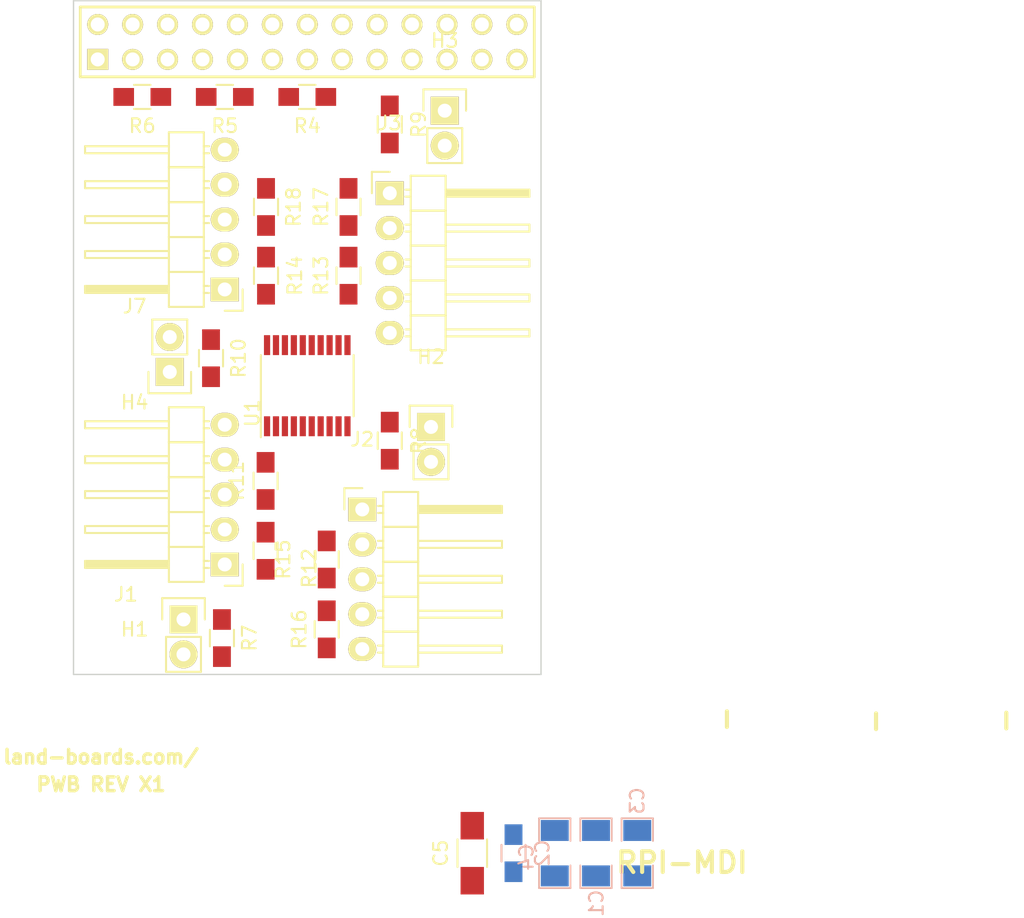
<source format=kicad_pcb>
(kicad_pcb (version 4) (host pcbnew "(after 2015-mar-04 BZR unknown)-product")

  (general
    (links 77)
    (no_connects 77)
    (area -5.196429 -2.207 81.76 66.797)
    (thickness 1.6)
    (drawings 14)
    (tracks 0)
    (zones 0)
    (modules 30)
    (nets 22)
  )

  (page A3)
  (layers
    (0 F.Cu signal)
    (31 B.Cu signal)
    (36 B.SilkS user)
    (37 F.SilkS user)
    (38 B.Mask user)
    (39 F.Mask user)
    (40 Dwgs.User user hide)
    (42 Eco1.User user)
    (44 Edge.Cuts user)
  )

  (setup
    (last_trace_width 0.254)
    (user_trace_width 0.2032)
    (user_trace_width 0.254)
    (user_trace_width 0.635)
    (trace_clearance 0.254)
    (zone_clearance 0.508)
    (zone_45_only no)
    (trace_min 0.2032)
    (segment_width 0.2)
    (edge_width 0.1)
    (via_size 0.889)
    (via_drill 0.635)
    (via_min_size 0.889)
    (via_min_drill 0.508)
    (uvia_size 0.508)
    (uvia_drill 0.127)
    (uvias_allowed no)
    (uvia_min_size 0.508)
    (uvia_min_drill 0.127)
    (pcb_text_width 0.3)
    (pcb_text_size 1.5 1.5)
    (mod_edge_width 0.15)
    (mod_text_size 1 1)
    (mod_text_width 0.15)
    (pad_size 1.524 1.524)
    (pad_drill 1.016)
    (pad_to_mask_clearance 0)
    (aux_axis_origin 0 0)
    (visible_elements 7FFFFF7F)
    (pcbplotparams
      (layerselection 0x00030_80000001)
      (usegerberextensions true)
      (excludeedgelayer true)
      (linewidth 0.150000)
      (plotframeref false)
      (viasonmask false)
      (mode 1)
      (useauxorigin false)
      (hpglpennumber 1)
      (hpglpenspeed 20)
      (hpglpendiameter 15)
      (hpglpenoverlay 2)
      (psnegative false)
      (psa4output false)
      (plotreference true)
      (plotvalue true)
      (plotinvisibletext false)
      (padsonsilk false)
      (subtractmaskfromsilk false)
      (outputformat 1)
      (mirror false)
      (drillshape 0)
      (scaleselection 1)
      (outputdirectory plots/))
  )

  (net 0 "")
  (net 1 /+3.3V)
  (net 2 /SCLK1)
  (net 3 /SDA1)
  (net 4 GND)
  (net 5 "Net-(H1-Pad2)")
  (net 6 "Net-(H2-Pad2)")
  (net 7 "Net-(H3-Pad2)")
  (net 8 "Net-(H4-Pad2)")
  (net 9 "Net-(J1-Pad3)")
  (net 10 "Net-(J1-Pad4)")
  (net 11 /~I0)
  (net 12 "Net-(J2-Pad3)")
  (net 13 "Net-(J2-Pad4)")
  (net 14 /~I1)
  (net 15 "Net-(J3-Pad3)")
  (net 16 "Net-(J3-Pad4)")
  (net 17 /~I2)
  (net 18 "Net-(J7-Pad3)")
  (net 19 "Net-(J7-Pad4)")
  (net 20 /~I3)
  (net 21 /IO_17)

  (net_class Default "This is the default net class."
    (clearance 0.254)
    (trace_width 0.254)
    (via_dia 0.889)
    (via_drill 0.635)
    (uvia_dia 0.508)
    (uvia_drill 0.127)
    (add_net /+3.3V)
    (add_net /IO_17)
    (add_net /SCLK1)
    (add_net /SDA1)
    (add_net /~I0)
    (add_net /~I1)
    (add_net /~I2)
    (add_net /~I3)
    (add_net GND)
    (add_net "Net-(H1-Pad2)")
    (add_net "Net-(H2-Pad2)")
    (add_net "Net-(H3-Pad2)")
    (add_net "Net-(H4-Pad2)")
    (add_net "Net-(J1-Pad3)")
    (add_net "Net-(J1-Pad4)")
    (add_net "Net-(J2-Pad3)")
    (add_net "Net-(J2-Pad4)")
    (add_net "Net-(J3-Pad3)")
    (add_net "Net-(J3-Pad4)")
    (add_net "Net-(J7-Pad3)")
    (add_net "Net-(J7-Pad4)")
  )

  (net_class POWER025 ""
    (clearance 0.381)
    (trace_width 0.635)
    (via_dia 0.889)
    (via_drill 0.635)
    (uvia_dia 0.508)
    (uvia_drill 0.127)
  )

  (module pin_array_13x2 (layer F.Cu) (tedit 54774C35) (tstamp 53531AA9)
    (at 17 3)
    (descr "2 x 13 pins connector")
    (tags CONN)
    (path /53B16746)
    (fp_text reference P1 (at -15.312 3.512) (layer F.SilkS) hide
      (effects (font (size 1 1) (thickness 0.15)))
    )
    (fp_text value RASPIO (at 7.62 -3.81) (layer F.SilkS) hide
      (effects (font (size 1.016 1.016) (thickness 0.2032)))
    )
    (fp_line (start -16.51 2.54) (end 16.51 2.54) (layer F.SilkS) (width 0.2032))
    (fp_line (start 16.51 -2.54) (end -16.51 -2.54) (layer F.SilkS) (width 0.2032))
    (fp_line (start -16.51 -2.54) (end -16.51 2.54) (layer F.SilkS) (width 0.2032))
    (fp_line (start 16.51 2.54) (end 16.51 -2.54) (layer F.SilkS) (width 0.2032))
    (pad 1 thru_hole rect (at -15.24 1.27) (size 1.524 1.524) (drill 1.016) (layers *.Cu *.Mask F.SilkS)
      (net 1 /+3.3V))
    (pad 2 thru_hole circle (at -15.24 -1.27) (size 1.524 1.524) (drill 1.016) (layers *.Cu *.Mask F.SilkS))
    (pad 3 thru_hole circle (at -12.7 1.27) (size 1.524 1.524) (drill 1.016) (layers *.Cu *.Mask F.SilkS)
      (net 3 /SDA1))
    (pad 4 thru_hole circle (at -12.7 -1.27) (size 1.524 1.524) (drill 1.016) (layers *.Cu *.Mask F.SilkS))
    (pad 5 thru_hole circle (at -10.16 1.27) (size 1.524 1.524) (drill 1.016) (layers *.Cu *.Mask F.SilkS)
      (net 2 /SCLK1))
    (pad 6 thru_hole circle (at -10.16 -1.27) (size 1.524 1.524) (drill 1.016) (layers *.Cu *.Mask F.SilkS)
      (net 4 GND))
    (pad 7 thru_hole circle (at -7.62 1.27) (size 1.524 1.524) (drill 1.016) (layers *.Cu *.Mask F.SilkS))
    (pad 8 thru_hole circle (at -7.62 -1.27) (size 1.524 1.524) (drill 1.016) (layers *.Cu *.Mask F.SilkS))
    (pad 9 thru_hole circle (at -5.08 1.27) (size 1.524 1.524) (drill 1.016) (layers *.Cu *.Mask F.SilkS)
      (net 4 GND))
    (pad 10 thru_hole circle (at -5.08 -1.27) (size 1.524 1.524) (drill 1.016) (layers *.Cu *.Mask F.SilkS))
    (pad 11 thru_hole circle (at -2.54 1.27) (size 1.524 1.524) (drill 1.016) (layers *.Cu *.Mask F.SilkS)
      (net 21 /IO_17))
    (pad 12 thru_hole circle (at -2.54 -1.27) (size 1.524 1.524) (drill 1.016) (layers *.Cu *.Mask F.SilkS))
    (pad 13 thru_hole circle (at 0 1.27) (size 1.524 1.524) (drill 1.016) (layers *.Cu *.Mask F.SilkS))
    (pad 14 thru_hole circle (at 0 -1.27) (size 1.524 1.524) (drill 1.016) (layers *.Cu *.Mask F.SilkS)
      (net 4 GND))
    (pad 15 thru_hole circle (at 2.54 1.27) (size 1.524 1.524) (drill 1.016) (layers *.Cu *.Mask F.SilkS))
    (pad 16 thru_hole circle (at 2.54 -1.27) (size 1.524 1.524) (drill 1.016) (layers *.Cu *.Mask F.SilkS))
    (pad 17 thru_hole circle (at 5.08 1.27) (size 1.524 1.524) (drill 1.016) (layers *.Cu *.Mask F.SilkS)
      (net 1 /+3.3V))
    (pad 18 thru_hole circle (at 5.08 -1.27) (size 1.524 1.524) (drill 1.016) (layers *.Cu *.Mask F.SilkS))
    (pad 19 thru_hole circle (at 7.62 1.27) (size 1.524 1.524) (drill 1.016) (layers *.Cu *.Mask F.SilkS))
    (pad 20 thru_hole circle (at 7.62 -1.27) (size 1.524 1.524) (drill 1.016) (layers *.Cu *.Mask F.SilkS)
      (net 4 GND))
    (pad 21 thru_hole circle (at 10.16 1.27) (size 1.524 1.524) (drill 1.016) (layers *.Cu *.Mask F.SilkS))
    (pad 22 thru_hole circle (at 10.16 -1.27) (size 1.524 1.524) (drill 1.016) (layers *.Cu *.Mask F.SilkS))
    (pad 23 thru_hole circle (at 12.7 1.27) (size 1.524 1.524) (drill 1.016) (layers *.Cu *.Mask F.SilkS))
    (pad 24 thru_hole circle (at 12.7 -1.27) (size 1.524 1.524) (drill 1.016) (layers *.Cu *.Mask F.SilkS))
    (pad 25 thru_hole circle (at 15.24 1.27) (size 1.524 1.524) (drill 1.016) (layers *.Cu *.Mask F.SilkS)
      (net 4 GND))
    (pad 26 thru_hole circle (at 15.24 -1.27) (size 1.524 1.524) (drill 1.016) (layers *.Cu *.Mask F.SilkS))
    (model pin_array/pins_array_13x2.wrl
      (at (xyz 0 0 0))
      (scale (xyz 1 1 1))
      (rotate (xyz 0 0 0))
    )
  )

  (module SM1206 (layer B.Cu) (tedit 54774413) (tstamp 54283A6F)
    (at 38 62 90)
    (path /542838CA)
    (attr smd)
    (fp_text reference C1 (at -3.641 0.028 90) (layer B.SilkS)
      (effects (font (size 1 1) (thickness 0.15)) (justify mirror))
    )
    (fp_text value 106 (at 0 0 90) (layer B.SilkS) hide
      (effects (font (size 0.762 0.762) (thickness 0.127)) (justify mirror))
    )
    (fp_line (start -2.54 1.143) (end -2.54 -1.143) (layer B.SilkS) (width 0.127))
    (fp_line (start -2.54 -1.143) (end -0.889 -1.143) (layer B.SilkS) (width 0.127))
    (fp_line (start 0.889 1.143) (end 2.54 1.143) (layer B.SilkS) (width 0.127))
    (fp_line (start 2.54 1.143) (end 2.54 -1.143) (layer B.SilkS) (width 0.127))
    (fp_line (start 2.54 -1.143) (end 0.889 -1.143) (layer B.SilkS) (width 0.127))
    (fp_line (start -0.889 1.143) (end -2.54 1.143) (layer B.SilkS) (width 0.127))
    (pad 1 smd rect (at -1.651 0 90) (size 1.524 2.032) (layers B.Cu B.Mask)
      (net 1 /+3.3V))
    (pad 2 smd rect (at 1.651 0 90) (size 1.524 2.032) (layers B.Cu B.Mask)
      (net 4 GND))
    (model smd/chip_cms.wrl
      (at (xyz 0 0 0))
      (scale (xyz 0.17 0.16 0.16))
      (rotate (xyz 0 0 0))
    )
  )

  (module SM1206 (layer B.Cu) (tedit 5477441E) (tstamp 5456DD47)
    (at 35 62 90)
    (path /545393A5)
    (attr smd)
    (fp_text reference C4 (at -0.296 -2.06 90) (layer B.SilkS)
      (effects (font (size 1 1) (thickness 0.15)) (justify mirror))
    )
    (fp_text value 106 (at 0 0 90) (layer B.SilkS) hide
      (effects (font (size 0.762 0.762) (thickness 0.127)) (justify mirror))
    )
    (fp_line (start -2.54 1.143) (end -2.54 -1.143) (layer B.SilkS) (width 0.127))
    (fp_line (start -2.54 -1.143) (end -0.889 -1.143) (layer B.SilkS) (width 0.127))
    (fp_line (start 0.889 1.143) (end 2.54 1.143) (layer B.SilkS) (width 0.127))
    (fp_line (start 2.54 1.143) (end 2.54 -1.143) (layer B.SilkS) (width 0.127))
    (fp_line (start 2.54 -1.143) (end 0.889 -1.143) (layer B.SilkS) (width 0.127))
    (fp_line (start -0.889 1.143) (end -2.54 1.143) (layer B.SilkS) (width 0.127))
    (pad 1 smd rect (at -1.651 0 90) (size 1.524 2.032) (layers B.Cu B.Mask)
      (net 1 /+3.3V))
    (pad 2 smd rect (at 1.651 0 90) (size 1.524 2.032) (layers B.Cu B.Mask)
      (net 4 GND))
    (model smd/chip_cms.wrl
      (at (xyz 0 0 0))
      (scale (xyz 0.17 0.16 0.16))
      (rotate (xyz 0 0 0))
    )
  )

  (module SM1206 (layer B.Cu) (tedit 547740C9) (tstamp 5456DD53)
    (at 41 62 90)
    (path /545393B3)
    (attr smd)
    (fp_text reference C3 (at 3.81 0 90) (layer B.SilkS)
      (effects (font (size 1 1) (thickness 0.15)) (justify mirror))
    )
    (fp_text value 106 (at 0 0 90) (layer B.SilkS) hide
      (effects (font (size 0.762 0.762) (thickness 0.127)) (justify mirror))
    )
    (fp_line (start -2.54 1.143) (end -2.54 -1.143) (layer B.SilkS) (width 0.127))
    (fp_line (start -2.54 -1.143) (end -0.889 -1.143) (layer B.SilkS) (width 0.127))
    (fp_line (start 0.889 1.143) (end 2.54 1.143) (layer B.SilkS) (width 0.127))
    (fp_line (start 2.54 1.143) (end 2.54 -1.143) (layer B.SilkS) (width 0.127))
    (fp_line (start 2.54 -1.143) (end 0.889 -1.143) (layer B.SilkS) (width 0.127))
    (fp_line (start -0.889 1.143) (end -2.54 1.143) (layer B.SilkS) (width 0.127))
    (pad 1 smd rect (at -1.651 0 90) (size 1.524 2.032) (layers B.Cu B.Mask)
      (net 1 /+3.3V))
    (pad 2 smd rect (at 1.651 0 90) (size 1.524 2.032) (layers B.Cu B.Mask)
      (net 4 GND))
    (model smd/chip_cms.wrl
      (at (xyz 0 0 0))
      (scale (xyz 0.17 0.16 0.16))
      (rotate (xyz 0 0 0))
    )
  )

  (module Resistors_SMD:R_0805_HandSoldering (layer B.Cu) (tedit 54189DEE) (tstamp 55C24342)
    (at 32 62 90)
    (descr "Resistor SMD 0805, hand soldering")
    (tags "resistor 0805")
    (path /55C263B1)
    (attr smd)
    (fp_text reference C2 (at 0 2.1 90) (layer B.SilkS)
      (effects (font (size 1 1) (thickness 0.15)) (justify mirror))
    )
    (fp_text value C (at 0 -2.1 90) (layer B.Fab)
      (effects (font (size 1 1) (thickness 0.15)) (justify mirror))
    )
    (fp_line (start -2.4 1) (end 2.4 1) (layer B.CrtYd) (width 0.05))
    (fp_line (start -2.4 -1) (end 2.4 -1) (layer B.CrtYd) (width 0.05))
    (fp_line (start -2.4 1) (end -2.4 -1) (layer B.CrtYd) (width 0.05))
    (fp_line (start 2.4 1) (end 2.4 -1) (layer B.CrtYd) (width 0.05))
    (fp_line (start 0.6 -0.875) (end -0.6 -0.875) (layer B.SilkS) (width 0.15))
    (fp_line (start -0.6 0.875) (end 0.6 0.875) (layer B.SilkS) (width 0.15))
    (pad 1 smd rect (at -1.35 0 90) (size 1.5 1.3) (layers B.Cu B.Mask)
      (net 1 /+3.3V))
    (pad 2 smd rect (at 1.35 0 90) (size 1.5 1.3) (layers B.Cu B.Mask)
      (net 4 GND))
    (model Resistors_SMD.3dshapes/R_0805_HandSoldering.wrl
      (at (xyz 0 0 0))
      (scale (xyz 1 1 1))
      (rotate (xyz 0 0 0))
    )
  )

  (module Resistors_SMD:R_1206_HandSoldering (layer F.Cu) (tedit 55C246B4) (tstamp 55C24358)
    (at 29 62 90)
    (descr "Resistor SMD 1206, hand soldering")
    (tags "resistor 1206")
    (path /55C263C1)
    (attr smd)
    (fp_text reference C5 (at 0 -2.3 90) (layer F.SilkS)
      (effects (font (size 1 1) (thickness 0.15)))
    )
    (fp_text value C (at 0 2.3 90) (layer F.SilkS) hide
      (effects (font (size 1 1) (thickness 0.15)))
    )
    (fp_line (start -3.3 -1.2) (end 3.3 -1.2) (layer F.CrtYd) (width 0.05))
    (fp_line (start -3.3 1.2) (end 3.3 1.2) (layer F.CrtYd) (width 0.05))
    (fp_line (start -3.3 -1.2) (end -3.3 1.2) (layer F.CrtYd) (width 0.05))
    (fp_line (start 3.3 -1.2) (end 3.3 1.2) (layer F.CrtYd) (width 0.05))
    (fp_line (start 1 1.075) (end -1 1.075) (layer F.SilkS) (width 0.15))
    (fp_line (start -1 -1.075) (end 1 -1.075) (layer F.SilkS) (width 0.15))
    (pad 1 smd rect (at -2 0 90) (size 2 1.7) (layers F.Cu F.Mask)
      (net 1 /+3.3V))
    (pad 2 smd rect (at 2 0 90) (size 2 1.7) (layers F.Cu F.Mask)
      (net 4 GND))
    (model Resistors_SMD.3dshapes/R_1206_HandSoldering.wrl
      (at (xyz 0 0 0))
      (scale (xyz 1 1 1))
      (rotate (xyz 0 0 0))
    )
  )

  (module Pin_Headers:Pin_Header_Straight_1x02 (layer F.Cu) (tedit 55C24740) (tstamp 55C24369)
    (at 8 45)
    (descr "Through hole pin header")
    (tags "pin header")
    (path /55C26388)
    (fp_text reference H1 (at -3.555 0.72) (layer F.SilkS)
      (effects (font (size 1 1) (thickness 0.15)))
    )
    (fp_text value CONN_01X02 (at 0 -3.1) (layer F.SilkS) hide
      (effects (font (size 1 1) (thickness 0.15)))
    )
    (fp_line (start 1.27 1.27) (end 1.27 3.81) (layer F.SilkS) (width 0.15))
    (fp_line (start 1.55 -1.55) (end 1.55 0) (layer F.SilkS) (width 0.15))
    (fp_line (start -1.75 -1.75) (end -1.75 4.3) (layer F.CrtYd) (width 0.05))
    (fp_line (start 1.75 -1.75) (end 1.75 4.3) (layer F.CrtYd) (width 0.05))
    (fp_line (start -1.75 -1.75) (end 1.75 -1.75) (layer F.CrtYd) (width 0.05))
    (fp_line (start -1.75 4.3) (end 1.75 4.3) (layer F.CrtYd) (width 0.05))
    (fp_line (start 1.27 1.27) (end -1.27 1.27) (layer F.SilkS) (width 0.15))
    (fp_line (start -1.55 0) (end -1.55 -1.55) (layer F.SilkS) (width 0.15))
    (fp_line (start -1.55 -1.55) (end 1.55 -1.55) (layer F.SilkS) (width 0.15))
    (fp_line (start -1.27 1.27) (end -1.27 3.81) (layer F.SilkS) (width 0.15))
    (fp_line (start -1.27 3.81) (end 1.27 3.81) (layer F.SilkS) (width 0.15))
    (pad 1 thru_hole rect (at 0 0) (size 2.032 2.032) (drill 1.016) (layers *.Cu *.Mask F.SilkS)
      (net 1 /+3.3V))
    (pad 2 thru_hole oval (at 0 2.54) (size 2.032 2.032) (drill 1.016) (layers *.Cu *.Mask F.SilkS)
      (net 5 "Net-(H1-Pad2)"))
    (model Pin_Headers.3dshapes/Pin_Header_Straight_1x02.wrl
      (at (xyz 0 -0.05 0))
      (scale (xyz 1 1 1))
      (rotate (xyz 0 0 90))
    )
  )

  (module Pin_Headers:Pin_Header_Straight_1x02 (layer F.Cu) (tedit 55C24632) (tstamp 55C2437A)
    (at 26 31)
    (descr "Through hole pin header")
    (tags "pin header")
    (path /55C2638F)
    (fp_text reference H2 (at 0 -5.1) (layer F.SilkS)
      (effects (font (size 1 1) (thickness 0.15)))
    )
    (fp_text value CONN_01X02 (at 0 -3.1) (layer F.SilkS) hide
      (effects (font (size 1 1) (thickness 0.15)))
    )
    (fp_line (start 1.27 1.27) (end 1.27 3.81) (layer F.SilkS) (width 0.15))
    (fp_line (start 1.55 -1.55) (end 1.55 0) (layer F.SilkS) (width 0.15))
    (fp_line (start -1.75 -1.75) (end -1.75 4.3) (layer F.CrtYd) (width 0.05))
    (fp_line (start 1.75 -1.75) (end 1.75 4.3) (layer F.CrtYd) (width 0.05))
    (fp_line (start -1.75 -1.75) (end 1.75 -1.75) (layer F.CrtYd) (width 0.05))
    (fp_line (start -1.75 4.3) (end 1.75 4.3) (layer F.CrtYd) (width 0.05))
    (fp_line (start 1.27 1.27) (end -1.27 1.27) (layer F.SilkS) (width 0.15))
    (fp_line (start -1.55 0) (end -1.55 -1.55) (layer F.SilkS) (width 0.15))
    (fp_line (start -1.55 -1.55) (end 1.55 -1.55) (layer F.SilkS) (width 0.15))
    (fp_line (start -1.27 1.27) (end -1.27 3.81) (layer F.SilkS) (width 0.15))
    (fp_line (start -1.27 3.81) (end 1.27 3.81) (layer F.SilkS) (width 0.15))
    (pad 1 thru_hole rect (at 0 0) (size 2.032 2.032) (drill 1.016) (layers *.Cu *.Mask F.SilkS)
      (net 1 /+3.3V))
    (pad 2 thru_hole oval (at 0 2.54) (size 2.032 2.032) (drill 1.016) (layers *.Cu *.Mask F.SilkS)
      (net 6 "Net-(H2-Pad2)"))
    (model Pin_Headers.3dshapes/Pin_Header_Straight_1x02.wrl
      (at (xyz 0 -0.05 0))
      (scale (xyz 1 1 1))
      (rotate (xyz 0 0 90))
    )
  )

  (module Pin_Headers:Pin_Header_Straight_1x02 (layer F.Cu) (tedit 55C24692) (tstamp 55C2438B)
    (at 27 8)
    (descr "Through hole pin header")
    (tags "pin header")
    (path /55C26396)
    (fp_text reference H3 (at 0 -5.1) (layer F.SilkS)
      (effects (font (size 1 1) (thickness 0.15)))
    )
    (fp_text value CONN_01X02 (at 0 -3.1) (layer F.SilkS) hide
      (effects (font (size 1 1) (thickness 0.15)))
    )
    (fp_line (start 1.27 1.27) (end 1.27 3.81) (layer F.SilkS) (width 0.15))
    (fp_line (start 1.55 -1.55) (end 1.55 0) (layer F.SilkS) (width 0.15))
    (fp_line (start -1.75 -1.75) (end -1.75 4.3) (layer F.CrtYd) (width 0.05))
    (fp_line (start 1.75 -1.75) (end 1.75 4.3) (layer F.CrtYd) (width 0.05))
    (fp_line (start -1.75 -1.75) (end 1.75 -1.75) (layer F.CrtYd) (width 0.05))
    (fp_line (start -1.75 4.3) (end 1.75 4.3) (layer F.CrtYd) (width 0.05))
    (fp_line (start 1.27 1.27) (end -1.27 1.27) (layer F.SilkS) (width 0.15))
    (fp_line (start -1.55 0) (end -1.55 -1.55) (layer F.SilkS) (width 0.15))
    (fp_line (start -1.55 -1.55) (end 1.55 -1.55) (layer F.SilkS) (width 0.15))
    (fp_line (start -1.27 1.27) (end -1.27 3.81) (layer F.SilkS) (width 0.15))
    (fp_line (start -1.27 3.81) (end 1.27 3.81) (layer F.SilkS) (width 0.15))
    (pad 1 thru_hole rect (at 0 0) (size 2.032 2.032) (drill 1.016) (layers *.Cu *.Mask F.SilkS)
      (net 1 /+3.3V))
    (pad 2 thru_hole oval (at 0 2.54) (size 2.032 2.032) (drill 1.016) (layers *.Cu *.Mask F.SilkS)
      (net 7 "Net-(H3-Pad2)"))
    (model Pin_Headers.3dshapes/Pin_Header_Straight_1x02.wrl
      (at (xyz 0 -0.05 0))
      (scale (xyz 1 1 1))
      (rotate (xyz 0 0 90))
    )
  )

  (module Pin_Headers:Pin_Header_Straight_1x02 (layer F.Cu) (tedit 55C24752) (tstamp 55C2439C)
    (at 7 27 180)
    (descr "Through hole pin header")
    (tags "pin header")
    (path /55C2639D)
    (fp_text reference H4 (at 2.555 -2.21 180) (layer F.SilkS)
      (effects (font (size 1 1) (thickness 0.15)))
    )
    (fp_text value CONN_01X02 (at 0 -3.1 180) (layer F.SilkS) hide
      (effects (font (size 1 1) (thickness 0.15)))
    )
    (fp_line (start 1.27 1.27) (end 1.27 3.81) (layer F.SilkS) (width 0.15))
    (fp_line (start 1.55 -1.55) (end 1.55 0) (layer F.SilkS) (width 0.15))
    (fp_line (start -1.75 -1.75) (end -1.75 4.3) (layer F.CrtYd) (width 0.05))
    (fp_line (start 1.75 -1.75) (end 1.75 4.3) (layer F.CrtYd) (width 0.05))
    (fp_line (start -1.75 -1.75) (end 1.75 -1.75) (layer F.CrtYd) (width 0.05))
    (fp_line (start -1.75 4.3) (end 1.75 4.3) (layer F.CrtYd) (width 0.05))
    (fp_line (start 1.27 1.27) (end -1.27 1.27) (layer F.SilkS) (width 0.15))
    (fp_line (start -1.55 0) (end -1.55 -1.55) (layer F.SilkS) (width 0.15))
    (fp_line (start -1.55 -1.55) (end 1.55 -1.55) (layer F.SilkS) (width 0.15))
    (fp_line (start -1.27 1.27) (end -1.27 3.81) (layer F.SilkS) (width 0.15))
    (fp_line (start -1.27 3.81) (end 1.27 3.81) (layer F.SilkS) (width 0.15))
    (pad 1 thru_hole rect (at 0 0 180) (size 2.032 2.032) (drill 1.016) (layers *.Cu *.Mask F.SilkS)
      (net 1 /+3.3V))
    (pad 2 thru_hole oval (at 0 2.54 180) (size 2.032 2.032) (drill 1.016) (layers *.Cu *.Mask F.SilkS)
      (net 8 "Net-(H4-Pad2)"))
    (model Pin_Headers.3dshapes/Pin_Header_Straight_1x02.wrl
      (at (xyz 0 -0.05 0))
      (scale (xyz 1 1 1))
      (rotate (xyz 0 0 90))
    )
  )

  (module Resistors_SMD:R_0805_HandSoldering (layer F.Cu) (tedit 55C24699) (tstamp 55C243EA)
    (at 17 7 180)
    (descr "Resistor SMD 0805, hand soldering")
    (tags "resistor 0805")
    (path /55C26277)
    (attr smd)
    (fp_text reference R4 (at 0 -2.1 180) (layer F.SilkS)
      (effects (font (size 1 1) (thickness 0.15)))
    )
    (fp_text value 3.3K (at 0 2.1 180) (layer F.SilkS) hide
      (effects (font (size 1 1) (thickness 0.15)))
    )
    (fp_line (start -2.4 -1) (end 2.4 -1) (layer F.CrtYd) (width 0.05))
    (fp_line (start -2.4 1) (end 2.4 1) (layer F.CrtYd) (width 0.05))
    (fp_line (start -2.4 -1) (end -2.4 1) (layer F.CrtYd) (width 0.05))
    (fp_line (start 2.4 -1) (end 2.4 1) (layer F.CrtYd) (width 0.05))
    (fp_line (start 0.6 0.875) (end -0.6 0.875) (layer F.SilkS) (width 0.15))
    (fp_line (start -0.6 -0.875) (end 0.6 -0.875) (layer F.SilkS) (width 0.15))
    (pad 1 smd rect (at -1.35 0 180) (size 1.5 1.3) (layers F.Cu F.Mask)
      (net 1 /+3.3V))
    (pad 2 smd rect (at 1.35 0 180) (size 1.5 1.3) (layers F.Cu F.Mask)
      (net 21 /IO_17))
    (model Resistors_SMD.3dshapes/R_0805_HandSoldering.wrl
      (at (xyz 0 0 0))
      (scale (xyz 1 1 1))
      (rotate (xyz 0 0 0))
    )
  )

  (module Resistors_SMD:R_0805_HandSoldering (layer F.Cu) (tedit 55C246A0) (tstamp 55C243F5)
    (at 11 7 180)
    (descr "Resistor SMD 0805, hand soldering")
    (tags "resistor 0805")
    (path /55C26270)
    (attr smd)
    (fp_text reference R5 (at 0 -2.1 180) (layer F.SilkS)
      (effects (font (size 1 1) (thickness 0.15)))
    )
    (fp_text value 3.3K (at 0 2.1 180) (layer F.SilkS) hide
      (effects (font (size 1 1) (thickness 0.15)))
    )
    (fp_line (start -2.4 -1) (end 2.4 -1) (layer F.CrtYd) (width 0.05))
    (fp_line (start -2.4 1) (end 2.4 1) (layer F.CrtYd) (width 0.05))
    (fp_line (start -2.4 -1) (end -2.4 1) (layer F.CrtYd) (width 0.05))
    (fp_line (start 2.4 -1) (end 2.4 1) (layer F.CrtYd) (width 0.05))
    (fp_line (start 0.6 0.875) (end -0.6 0.875) (layer F.SilkS) (width 0.15))
    (fp_line (start -0.6 -0.875) (end 0.6 -0.875) (layer F.SilkS) (width 0.15))
    (pad 1 smd rect (at -1.35 0 180) (size 1.5 1.3) (layers F.Cu F.Mask)
      (net 1 /+3.3V))
    (pad 2 smd rect (at 1.35 0 180) (size 1.5 1.3) (layers F.Cu F.Mask)
      (net 2 /SCLK1))
    (model Resistors_SMD.3dshapes/R_0805_HandSoldering.wrl
      (at (xyz 0 0 0))
      (scale (xyz 1 1 1))
      (rotate (xyz 0 0 0))
    )
  )

  (module Resistors_SMD:R_0805_HandSoldering (layer F.Cu) (tedit 55C246A5) (tstamp 55C2440B)
    (at 5 7 180)
    (descr "Resistor SMD 0805, hand soldering")
    (tags "resistor 0805")
    (path /55C26269)
    (attr smd)
    (fp_text reference R6 (at 0 -2.1 180) (layer F.SilkS)
      (effects (font (size 1 1) (thickness 0.15)))
    )
    (fp_text value 3.3K (at 0 2.1 180) (layer F.SilkS) hide
      (effects (font (size 1 1) (thickness 0.15)))
    )
    (fp_line (start -2.4 -1) (end 2.4 -1) (layer F.CrtYd) (width 0.05))
    (fp_line (start -2.4 1) (end 2.4 1) (layer F.CrtYd) (width 0.05))
    (fp_line (start -2.4 -1) (end -2.4 1) (layer F.CrtYd) (width 0.05))
    (fp_line (start 2.4 -1) (end 2.4 1) (layer F.CrtYd) (width 0.05))
    (fp_line (start 0.6 0.875) (end -0.6 0.875) (layer F.SilkS) (width 0.15))
    (fp_line (start -0.6 -0.875) (end 0.6 -0.875) (layer F.SilkS) (width 0.15))
    (pad 1 smd rect (at -1.35 0 180) (size 1.5 1.3) (layers F.Cu F.Mask)
      (net 1 /+3.3V))
    (pad 2 smd rect (at 1.35 0 180) (size 1.5 1.3) (layers F.Cu F.Mask)
      (net 3 /SDA1))
    (model Resistors_SMD.3dshapes/R_0805_HandSoldering.wrl
      (at (xyz 0 0 0))
      (scale (xyz 1 1 1))
      (rotate (xyz 0 0 0))
    )
  )

  (module Resistors_SMD:R_0805_HandSoldering (layer F.Cu) (tedit 55C246F8) (tstamp 55C24417)
    (at 10.795 46.355 90)
    (descr "Resistor SMD 0805, hand soldering")
    (tags "resistor 0805")
    (path /55C2632E)
    (attr smd)
    (fp_text reference R7 (at 0 2 90) (layer F.SilkS)
      (effects (font (size 1 1) (thickness 0.15)))
    )
    (fp_text value 3.3K (at 0 2.1 90) (layer F.SilkS) hide
      (effects (font (size 1 1) (thickness 0.15)))
    )
    (fp_line (start -2.4 -1) (end 2.4 -1) (layer F.CrtYd) (width 0.05))
    (fp_line (start -2.4 1) (end 2.4 1) (layer F.CrtYd) (width 0.05))
    (fp_line (start -2.4 -1) (end -2.4 1) (layer F.CrtYd) (width 0.05))
    (fp_line (start 2.4 -1) (end 2.4 1) (layer F.CrtYd) (width 0.05))
    (fp_line (start 0.6 0.875) (end -0.6 0.875) (layer F.SilkS) (width 0.15))
    (fp_line (start -0.6 -0.875) (end 0.6 -0.875) (layer F.SilkS) (width 0.15))
    (pad 1 smd rect (at -1.35 0 90) (size 1.5 1.3) (layers F.Cu F.Mask)
      (net 5 "Net-(H1-Pad2)"))
    (pad 2 smd rect (at 1.35 0 90) (size 1.5 1.3) (layers F.Cu F.Mask)
      (net 11 /~I0))
    (model Resistors_SMD.3dshapes/R_0805_HandSoldering.wrl
      (at (xyz 0 0 0))
      (scale (xyz 1 1 1))
      (rotate (xyz 0 0 0))
    )
  )

  (module Resistors_SMD:R_0805_HandSoldering (layer F.Cu) (tedit 55C2463C) (tstamp 55C24423)
    (at 23 32 270)
    (descr "Resistor SMD 0805, hand soldering")
    (tags "resistor 0805")
    (path /55C26343)
    (attr smd)
    (fp_text reference R8 (at 0 -2.1 270) (layer F.SilkS)
      (effects (font (size 1 1) (thickness 0.15)))
    )
    (fp_text value 3.3K (at 0 2.1 270) (layer F.SilkS) hide
      (effects (font (size 1 1) (thickness 0.15)))
    )
    (fp_line (start -2.4 -1) (end 2.4 -1) (layer F.CrtYd) (width 0.05))
    (fp_line (start -2.4 1) (end 2.4 1) (layer F.CrtYd) (width 0.05))
    (fp_line (start -2.4 -1) (end -2.4 1) (layer F.CrtYd) (width 0.05))
    (fp_line (start 2.4 -1) (end 2.4 1) (layer F.CrtYd) (width 0.05))
    (fp_line (start 0.6 0.875) (end -0.6 0.875) (layer F.SilkS) (width 0.15))
    (fp_line (start -0.6 -0.875) (end 0.6 -0.875) (layer F.SilkS) (width 0.15))
    (pad 1 smd rect (at -1.35 0 270) (size 1.5 1.3) (layers F.Cu F.Mask)
      (net 6 "Net-(H2-Pad2)"))
    (pad 2 smd rect (at 1.35 0 270) (size 1.5 1.3) (layers F.Cu F.Mask)
      (net 14 /~I1))
    (model Resistors_SMD.3dshapes/R_0805_HandSoldering.wrl
      (at (xyz 0 0 0))
      (scale (xyz 1 1 1))
      (rotate (xyz 0 0 0))
    )
  )

  (module Resistors_SMD:R_0805_HandSoldering (layer F.Cu) (tedit 55C2468B) (tstamp 55C2442F)
    (at 23 9 270)
    (descr "Resistor SMD 0805, hand soldering")
    (tags "resistor 0805")
    (path /55C26358)
    (attr smd)
    (fp_text reference R9 (at 0 -2.1 270) (layer F.SilkS)
      (effects (font (size 1 1) (thickness 0.15)))
    )
    (fp_text value 3.3K (at 0 2.1 270) (layer F.SilkS) hide
      (effects (font (size 1 1) (thickness 0.15)))
    )
    (fp_line (start -2.4 -1) (end 2.4 -1) (layer F.CrtYd) (width 0.05))
    (fp_line (start -2.4 1) (end 2.4 1) (layer F.CrtYd) (width 0.05))
    (fp_line (start -2.4 -1) (end -2.4 1) (layer F.CrtYd) (width 0.05))
    (fp_line (start 2.4 -1) (end 2.4 1) (layer F.CrtYd) (width 0.05))
    (fp_line (start 0.6 0.875) (end -0.6 0.875) (layer F.SilkS) (width 0.15))
    (fp_line (start -0.6 -0.875) (end 0.6 -0.875) (layer F.SilkS) (width 0.15))
    (pad 1 smd rect (at -1.35 0 270) (size 1.5 1.3) (layers F.Cu F.Mask)
      (net 7 "Net-(H3-Pad2)"))
    (pad 2 smd rect (at 1.35 0 270) (size 1.5 1.3) (layers F.Cu F.Mask)
      (net 17 /~I2))
    (model Resistors_SMD.3dshapes/R_0805_HandSoldering.wrl
      (at (xyz 0 0 0))
      (scale (xyz 1 1 1))
      (rotate (xyz 0 0 0))
    )
  )

  (module Resistors_SMD:R_0805_HandSoldering (layer F.Cu) (tedit 55C246EC) (tstamp 55C2443B)
    (at 10 26 270)
    (descr "Resistor SMD 0805, hand soldering")
    (tags "resistor 0805")
    (path /55C2636D)
    (attr smd)
    (fp_text reference R10 (at 0 -2 270) (layer F.SilkS)
      (effects (font (size 1 1) (thickness 0.15)))
    )
    (fp_text value 3.3K (at 0 2.1 270) (layer F.SilkS) hide
      (effects (font (size 1 1) (thickness 0.15)))
    )
    (fp_line (start -2.4 -1) (end 2.4 -1) (layer F.CrtYd) (width 0.05))
    (fp_line (start -2.4 1) (end 2.4 1) (layer F.CrtYd) (width 0.05))
    (fp_line (start -2.4 -1) (end -2.4 1) (layer F.CrtYd) (width 0.05))
    (fp_line (start 2.4 -1) (end 2.4 1) (layer F.CrtYd) (width 0.05))
    (fp_line (start 0.6 0.875) (end -0.6 0.875) (layer F.SilkS) (width 0.15))
    (fp_line (start -0.6 -0.875) (end 0.6 -0.875) (layer F.SilkS) (width 0.15))
    (pad 1 smd rect (at -1.35 0 270) (size 1.5 1.3) (layers F.Cu F.Mask)
      (net 8 "Net-(H4-Pad2)"))
    (pad 2 smd rect (at 1.35 0 270) (size 1.5 1.3) (layers F.Cu F.Mask)
      (net 20 /~I3))
    (model Resistors_SMD.3dshapes/R_0805_HandSoldering.wrl
      (at (xyz 0 0 0))
      (scale (xyz 1 1 1))
      (rotate (xyz 0 0 0))
    )
  )

  (module Resistors_SMD:R_0805_HandSoldering (layer F.Cu) (tedit 55C24645) (tstamp 55C24447)
    (at 13.97 34.925 90)
    (descr "Resistor SMD 0805, hand soldering")
    (tags "resistor 0805")
    (path /55C26327)
    (attr smd)
    (fp_text reference R11 (at 0 -2.1 90) (layer F.SilkS)
      (effects (font (size 1 1) (thickness 0.15)))
    )
    (fp_text value 3.3K (at 0 2.1 90) (layer F.SilkS) hide
      (effects (font (size 1 1) (thickness 0.15)))
    )
    (fp_line (start -2.4 -1) (end 2.4 -1) (layer F.CrtYd) (width 0.05))
    (fp_line (start -2.4 1) (end 2.4 1) (layer F.CrtYd) (width 0.05))
    (fp_line (start -2.4 -1) (end -2.4 1) (layer F.CrtYd) (width 0.05))
    (fp_line (start 2.4 -1) (end 2.4 1) (layer F.CrtYd) (width 0.05))
    (fp_line (start 0.6 0.875) (end -0.6 0.875) (layer F.SilkS) (width 0.15))
    (fp_line (start -0.6 -0.875) (end 0.6 -0.875) (layer F.SilkS) (width 0.15))
    (pad 1 smd rect (at -1.35 0 90) (size 1.5 1.3) (layers F.Cu F.Mask)
      (net 5 "Net-(H1-Pad2)"))
    (pad 2 smd rect (at 1.35 0 90) (size 1.5 1.3) (layers F.Cu F.Mask)
      (net 10 "Net-(J1-Pad4)"))
    (model Resistors_SMD.3dshapes/R_0805_HandSoldering.wrl
      (at (xyz 0 0 0))
      (scale (xyz 1 1 1))
      (rotate (xyz 0 0 0))
    )
  )

  (module Resistors_SMD:R_0805_HandSoldering (layer F.Cu) (tedit 55C24737) (tstamp 55C24453)
    (at 18.415 40.64 270)
    (descr "Resistor SMD 0805, hand soldering")
    (tags "resistor 0805")
    (path /55C2633C)
    (attr smd)
    (fp_text reference R12 (at 0.635 1.27 270) (layer F.SilkS)
      (effects (font (size 1 1) (thickness 0.15)))
    )
    (fp_text value 3.3K (at 0 2.1 270) (layer F.SilkS) hide
      (effects (font (size 1 1) (thickness 0.15)))
    )
    (fp_line (start -2.4 -1) (end 2.4 -1) (layer F.CrtYd) (width 0.05))
    (fp_line (start -2.4 1) (end 2.4 1) (layer F.CrtYd) (width 0.05))
    (fp_line (start -2.4 -1) (end -2.4 1) (layer F.CrtYd) (width 0.05))
    (fp_line (start 2.4 -1) (end 2.4 1) (layer F.CrtYd) (width 0.05))
    (fp_line (start 0.6 0.875) (end -0.6 0.875) (layer F.SilkS) (width 0.15))
    (fp_line (start -0.6 -0.875) (end 0.6 -0.875) (layer F.SilkS) (width 0.15))
    (pad 1 smd rect (at -1.35 0 270) (size 1.5 1.3) (layers F.Cu F.Mask)
      (net 6 "Net-(H2-Pad2)"))
    (pad 2 smd rect (at 1.35 0 270) (size 1.5 1.3) (layers F.Cu F.Mask)
      (net 13 "Net-(J2-Pad4)"))
    (model Resistors_SMD.3dshapes/R_0805_HandSoldering.wrl
      (at (xyz 0 0 0))
      (scale (xyz 1 1 1))
      (rotate (xyz 0 0 0))
    )
  )

  (module Resistors_SMD:R_0805_HandSoldering (layer F.Cu) (tedit 55C246DE) (tstamp 55C2445F)
    (at 20 20 270)
    (descr "Resistor SMD 0805, hand soldering")
    (tags "resistor 0805")
    (path /55C26351)
    (attr smd)
    (fp_text reference R13 (at 0 2 270) (layer F.SilkS)
      (effects (font (size 1 1) (thickness 0.15)))
    )
    (fp_text value 3.3K (at 0 2.1 270) (layer F.SilkS) hide
      (effects (font (size 1 1) (thickness 0.15)))
    )
    (fp_line (start -2.4 -1) (end 2.4 -1) (layer F.CrtYd) (width 0.05))
    (fp_line (start -2.4 1) (end 2.4 1) (layer F.CrtYd) (width 0.05))
    (fp_line (start -2.4 -1) (end -2.4 1) (layer F.CrtYd) (width 0.05))
    (fp_line (start 2.4 -1) (end 2.4 1) (layer F.CrtYd) (width 0.05))
    (fp_line (start 0.6 0.875) (end -0.6 0.875) (layer F.SilkS) (width 0.15))
    (fp_line (start -0.6 -0.875) (end 0.6 -0.875) (layer F.SilkS) (width 0.15))
    (pad 1 smd rect (at -1.35 0 270) (size 1.5 1.3) (layers F.Cu F.Mask)
      (net 7 "Net-(H3-Pad2)"))
    (pad 2 smd rect (at 1.35 0 270) (size 1.5 1.3) (layers F.Cu F.Mask)
      (net 16 "Net-(J3-Pad4)"))
    (model Resistors_SMD.3dshapes/R_0805_HandSoldering.wrl
      (at (xyz 0 0 0))
      (scale (xyz 1 1 1))
      (rotate (xyz 0 0 0))
    )
  )

  (module Resistors_SMD:R_0805_HandSoldering (layer F.Cu) (tedit 55C24679) (tstamp 55C2446B)
    (at 14 20 270)
    (descr "Resistor SMD 0805, hand soldering")
    (tags "resistor 0805")
    (path /55C26366)
    (attr smd)
    (fp_text reference R14 (at 0 -2.1 270) (layer F.SilkS)
      (effects (font (size 1 1) (thickness 0.15)))
    )
    (fp_text value 3.3K (at 0 2.1 270) (layer F.SilkS) hide
      (effects (font (size 1 1) (thickness 0.15)))
    )
    (fp_line (start -2.4 -1) (end 2.4 -1) (layer F.CrtYd) (width 0.05))
    (fp_line (start -2.4 1) (end 2.4 1) (layer F.CrtYd) (width 0.05))
    (fp_line (start -2.4 -1) (end -2.4 1) (layer F.CrtYd) (width 0.05))
    (fp_line (start 2.4 -1) (end 2.4 1) (layer F.CrtYd) (width 0.05))
    (fp_line (start 0.6 0.875) (end -0.6 0.875) (layer F.SilkS) (width 0.15))
    (fp_line (start -0.6 -0.875) (end 0.6 -0.875) (layer F.SilkS) (width 0.15))
    (pad 1 smd rect (at -1.35 0 270) (size 1.5 1.3) (layers F.Cu F.Mask)
      (net 8 "Net-(H4-Pad2)"))
    (pad 2 smd rect (at 1.35 0 270) (size 1.5 1.3) (layers F.Cu F.Mask)
      (net 19 "Net-(J7-Pad4)"))
    (model Resistors_SMD.3dshapes/R_0805_HandSoldering.wrl
      (at (xyz 0 0 0))
      (scale (xyz 1 1 1))
      (rotate (xyz 0 0 0))
    )
  )

  (module Resistors_SMD:R_0805_HandSoldering (layer F.Cu) (tedit 55C2473A) (tstamp 55C24477)
    (at 13.97 40.005 90)
    (descr "Resistor SMD 0805, hand soldering")
    (tags "resistor 0805")
    (path /55C26320)
    (attr smd)
    (fp_text reference R15 (at -0.635 1.27 90) (layer F.SilkS)
      (effects (font (size 1 1) (thickness 0.15)))
    )
    (fp_text value 3.3K (at 0 2.1 90) (layer F.SilkS) hide
      (effects (font (size 1 1) (thickness 0.15)))
    )
    (fp_line (start -2.4 -1) (end 2.4 -1) (layer F.CrtYd) (width 0.05))
    (fp_line (start -2.4 1) (end 2.4 1) (layer F.CrtYd) (width 0.05))
    (fp_line (start -2.4 -1) (end -2.4 1) (layer F.CrtYd) (width 0.05))
    (fp_line (start 2.4 -1) (end 2.4 1) (layer F.CrtYd) (width 0.05))
    (fp_line (start 0.6 0.875) (end -0.6 0.875) (layer F.SilkS) (width 0.15))
    (fp_line (start -0.6 -0.875) (end 0.6 -0.875) (layer F.SilkS) (width 0.15))
    (pad 1 smd rect (at -1.35 0 90) (size 1.5 1.3) (layers F.Cu F.Mask)
      (net 5 "Net-(H1-Pad2)"))
    (pad 2 smd rect (at 1.35 0 90) (size 1.5 1.3) (layers F.Cu F.Mask)
      (net 9 "Net-(J1-Pad3)"))
    (model Resistors_SMD.3dshapes/R_0805_HandSoldering.wrl
      (at (xyz 0 0 0))
      (scale (xyz 1 1 1))
      (rotate (xyz 0 0 0))
    )
  )

  (module Resistors_SMD:R_0805_HandSoldering (layer F.Cu) (tedit 55C24718) (tstamp 55C24483)
    (at 18.415 45.72 90)
    (descr "Resistor SMD 0805, hand soldering")
    (tags "resistor 0805")
    (path /55C26335)
    (attr smd)
    (fp_text reference R16 (at 0 -2 90) (layer F.SilkS)
      (effects (font (size 1 1) (thickness 0.15)))
    )
    (fp_text value 3.3K (at 0 2.1 90) (layer F.SilkS) hide
      (effects (font (size 1 1) (thickness 0.15)))
    )
    (fp_line (start -2.4 -1) (end 2.4 -1) (layer F.CrtYd) (width 0.05))
    (fp_line (start -2.4 1) (end 2.4 1) (layer F.CrtYd) (width 0.05))
    (fp_line (start -2.4 -1) (end -2.4 1) (layer F.CrtYd) (width 0.05))
    (fp_line (start 2.4 -1) (end 2.4 1) (layer F.CrtYd) (width 0.05))
    (fp_line (start 0.6 0.875) (end -0.6 0.875) (layer F.SilkS) (width 0.15))
    (fp_line (start -0.6 -0.875) (end 0.6 -0.875) (layer F.SilkS) (width 0.15))
    (pad 1 smd rect (at -1.35 0 90) (size 1.5 1.3) (layers F.Cu F.Mask)
      (net 6 "Net-(H2-Pad2)"))
    (pad 2 smd rect (at 1.35 0 90) (size 1.5 1.3) (layers F.Cu F.Mask)
      (net 12 "Net-(J2-Pad3)"))
    (model Resistors_SMD.3dshapes/R_0805_HandSoldering.wrl
      (at (xyz 0 0 0))
      (scale (xyz 1 1 1))
      (rotate (xyz 0 0 0))
    )
  )

  (module Resistors_SMD:R_0805_HandSoldering (layer F.Cu) (tedit 55C246DB) (tstamp 55C2448F)
    (at 20 15 270)
    (descr "Resistor SMD 0805, hand soldering")
    (tags "resistor 0805")
    (path /55C2634A)
    (attr smd)
    (fp_text reference R17 (at 0 2 270) (layer F.SilkS)
      (effects (font (size 1 1) (thickness 0.15)))
    )
    (fp_text value 3.3K (at 0 2.1 270) (layer F.SilkS) hide
      (effects (font (size 1 1) (thickness 0.15)))
    )
    (fp_line (start -2.4 -1) (end 2.4 -1) (layer F.CrtYd) (width 0.05))
    (fp_line (start -2.4 1) (end 2.4 1) (layer F.CrtYd) (width 0.05))
    (fp_line (start -2.4 -1) (end -2.4 1) (layer F.CrtYd) (width 0.05))
    (fp_line (start 2.4 -1) (end 2.4 1) (layer F.CrtYd) (width 0.05))
    (fp_line (start 0.6 0.875) (end -0.6 0.875) (layer F.SilkS) (width 0.15))
    (fp_line (start -0.6 -0.875) (end 0.6 -0.875) (layer F.SilkS) (width 0.15))
    (pad 1 smd rect (at -1.35 0 270) (size 1.5 1.3) (layers F.Cu F.Mask)
      (net 7 "Net-(H3-Pad2)"))
    (pad 2 smd rect (at 1.35 0 270) (size 1.5 1.3) (layers F.Cu F.Mask)
      (net 15 "Net-(J3-Pad3)"))
    (model Resistors_SMD.3dshapes/R_0805_HandSoldering.wrl
      (at (xyz 0 0 0))
      (scale (xyz 1 1 1))
      (rotate (xyz 0 0 0))
    )
  )

  (module Resistors_SMD:R_0805_HandSoldering (layer F.Cu) (tedit 55C246D8) (tstamp 55C2449B)
    (at 14 15 90)
    (descr "Resistor SMD 0805, hand soldering")
    (tags "resistor 0805")
    (path /55C2635F)
    (attr smd)
    (fp_text reference R18 (at 0 2 90) (layer F.SilkS)
      (effects (font (size 1 1) (thickness 0.15)))
    )
    (fp_text value 3.3K (at 0 2.1 90) (layer F.SilkS) hide
      (effects (font (size 1 1) (thickness 0.15)))
    )
    (fp_line (start -2.4 -1) (end 2.4 -1) (layer F.CrtYd) (width 0.05))
    (fp_line (start -2.4 1) (end 2.4 1) (layer F.CrtYd) (width 0.05))
    (fp_line (start -2.4 -1) (end -2.4 1) (layer F.CrtYd) (width 0.05))
    (fp_line (start 2.4 -1) (end 2.4 1) (layer F.CrtYd) (width 0.05))
    (fp_line (start 0.6 0.875) (end -0.6 0.875) (layer F.SilkS) (width 0.15))
    (fp_line (start -0.6 -0.875) (end 0.6 -0.875) (layer F.SilkS) (width 0.15))
    (pad 1 smd rect (at -1.35 0 90) (size 1.5 1.3) (layers F.Cu F.Mask)
      (net 8 "Net-(H4-Pad2)"))
    (pad 2 smd rect (at 1.35 0 90) (size 1.5 1.3) (layers F.Cu F.Mask)
      (net 18 "Net-(J7-Pad3)"))
    (model Resistors_SMD.3dshapes/R_0805_HandSoldering.wrl
      (at (xyz 0 0 0))
      (scale (xyz 1 1 1))
      (rotate (xyz 0 0 0))
    )
  )

  (module Housings_SSOP:TSSOP-20_4.4x6.5mm_Pitch0.65mm (layer F.Cu) (tedit 55C246EE) (tstamp 55C2449C)
    (at 17 28 90)
    (descr "20-Lead Plastic Thin Shrink Small Outline (ST)-4.4 mm Body [TSSOP] (see Microchip Packaging Specification 00000049BS.pdf)")
    (tags "SSOP 0.65")
    (path /55C26245)
    (clearance -0.002)
    (attr smd)
    (fp_text reference U1 (at -2 -4 90) (layer F.SilkS)
      (effects (font (size 1 1) (thickness 0.15)))
    )
    (fp_text value PCA9544A (at 0 4.3 90) (layer F.SilkS) hide
      (effects (font (size 1 1) (thickness 0.15)))
    )
    (fp_line (start -3.95 -3.55) (end -3.95 3.55) (layer F.CrtYd) (width 0.05))
    (fp_line (start 3.95 -3.55) (end 3.95 3.55) (layer F.CrtYd) (width 0.05))
    (fp_line (start -3.95 -3.55) (end 3.95 -3.55) (layer F.CrtYd) (width 0.05))
    (fp_line (start -3.95 3.55) (end 3.95 3.55) (layer F.CrtYd) (width 0.05))
    (fp_line (start -2.225 3.375) (end 2.225 3.375) (layer F.SilkS) (width 0.15))
    (fp_line (start -3.75 -3.375) (end 2.225 -3.375) (layer F.SilkS) (width 0.15))
    (pad 1 smd rect (at -2.95 -2.925 90) (size 1.45 0.45) (layers F.Cu F.Mask)
      (net 4 GND))
    (pad 2 smd rect (at -2.95 -2.275 90) (size 1.45 0.45) (layers F.Cu F.Mask)
      (net 4 GND))
    (pad 3 smd rect (at -2.95 -1.625 90) (size 1.45 0.45) (layers F.Cu F.Mask)
      (net 4 GND))
    (pad 4 smd rect (at -2.95 -0.975 90) (size 1.45 0.45) (layers F.Cu F.Mask)
      (net 11 /~I0))
    (pad 5 smd rect (at -2.95 -0.325 90) (size 1.45 0.45) (layers F.Cu F.Mask)
      (net 10 "Net-(J1-Pad4)"))
    (pad 6 smd rect (at -2.95 0.325 90) (size 1.45 0.45) (layers F.Cu F.Mask)
      (net 9 "Net-(J1-Pad3)"))
    (pad 7 smd rect (at -2.95 0.975 90) (size 1.45 0.45) (layers F.Cu F.Mask)
      (net 14 /~I1))
    (pad 8 smd rect (at -2.95 1.625 90) (size 1.45 0.45) (layers F.Cu F.Mask)
      (net 13 "Net-(J2-Pad4)"))
    (pad 9 smd rect (at -2.95 2.275 90) (size 1.45 0.45) (layers F.Cu F.Mask)
      (net 12 "Net-(J2-Pad3)"))
    (pad 10 smd rect (at -2.95 2.925 90) (size 1.45 0.45) (layers F.Cu F.Mask)
      (net 4 GND))
    (pad 11 smd rect (at 2.95 2.925 90) (size 1.45 0.45) (layers F.Cu F.Mask)
      (net 17 /~I2))
    (pad 12 smd rect (at 2.95 2.275 90) (size 1.45 0.45) (layers F.Cu F.Mask)
      (net 16 "Net-(J3-Pad4)"))
    (pad 13 smd rect (at 2.95 1.625 90) (size 1.45 0.45) (layers F.Cu F.Mask)
      (net 15 "Net-(J3-Pad3)"))
    (pad 14 smd rect (at 2.95 0.975 90) (size 1.45 0.45) (layers F.Cu F.Mask)
      (net 20 /~I3))
    (pad 15 smd rect (at 2.95 0.325 90) (size 1.45 0.45) (layers F.Cu F.Mask)
      (net 19 "Net-(J7-Pad4)"))
    (pad 16 smd rect (at 2.95 -0.325 90) (size 1.45 0.45) (layers F.Cu F.Mask)
      (net 18 "Net-(J7-Pad3)"))
    (pad 17 smd rect (at 2.95 -0.975 90) (size 1.45 0.45) (layers F.Cu F.Mask)
      (net 21 /IO_17))
    (pad 18 smd rect (at 2.95 -1.625 90) (size 1.45 0.45) (layers F.Cu F.Mask)
      (net 2 /SCLK1))
    (pad 19 smd rect (at 2.95 -2.275 90) (size 1.45 0.45) (layers F.Cu F.Mask)
      (net 3 /SDA1))
    (pad 20 smd rect (at 2.95 -2.925 90) (size 1.45 0.45) (layers F.Cu F.Mask)
      (net 1 /+3.3V))
    (model Housings_SSOP.3dshapes/TSSOP-20_4.4x6.5mm_Pitch0.65mm.wrl
      (at (xyz 0 0 0))
      (scale (xyz 1 1 1))
      (rotate (xyz 0 0 0))
    )
  )

  (module Pin_Headers:Pin_Header_Angled_1x05 (layer F.Cu) (tedit 55C24745) (tstamp 55C248C9)
    (at 11 41 180)
    (descr "Through hole pin header")
    (tags "pin header")
    (path /55C2628A)
    (fp_text reference J1 (at 7.19 -2.18 180) (layer F.SilkS)
      (effects (font (size 1 1) (thickness 0.15)))
    )
    (fp_text value I2CINT-5PIN (at 0 -3.1 180) (layer F.SilkS) hide
      (effects (font (size 1 1) (thickness 0.15)))
    )
    (fp_line (start -1.5 -1.75) (end -1.5 11.95) (layer F.CrtYd) (width 0.05))
    (fp_line (start 10.65 -1.75) (end 10.65 11.95) (layer F.CrtYd) (width 0.05))
    (fp_line (start -1.5 -1.75) (end 10.65 -1.75) (layer F.CrtYd) (width 0.05))
    (fp_line (start -1.5 11.95) (end 10.65 11.95) (layer F.CrtYd) (width 0.05))
    (fp_line (start -1.3 -1.55) (end -1.3 0) (layer F.SilkS) (width 0.15))
    (fp_line (start 0 -1.55) (end -1.3 -1.55) (layer F.SilkS) (width 0.15))
    (fp_line (start 4.191 -0.127) (end 10.033 -0.127) (layer F.SilkS) (width 0.15))
    (fp_line (start 10.033 -0.127) (end 10.033 0.127) (layer F.SilkS) (width 0.15))
    (fp_line (start 10.033 0.127) (end 4.191 0.127) (layer F.SilkS) (width 0.15))
    (fp_line (start 4.191 0.127) (end 4.191 0) (layer F.SilkS) (width 0.15))
    (fp_line (start 4.191 0) (end 10.033 0) (layer F.SilkS) (width 0.15))
    (fp_line (start 1.524 -0.254) (end 1.143 -0.254) (layer F.SilkS) (width 0.15))
    (fp_line (start 1.524 0.254) (end 1.143 0.254) (layer F.SilkS) (width 0.15))
    (fp_line (start 1.524 2.286) (end 1.143 2.286) (layer F.SilkS) (width 0.15))
    (fp_line (start 1.524 2.794) (end 1.143 2.794) (layer F.SilkS) (width 0.15))
    (fp_line (start 1.524 4.826) (end 1.143 4.826) (layer F.SilkS) (width 0.15))
    (fp_line (start 1.524 5.334) (end 1.143 5.334) (layer F.SilkS) (width 0.15))
    (fp_line (start 1.524 7.366) (end 1.143 7.366) (layer F.SilkS) (width 0.15))
    (fp_line (start 1.524 7.874) (end 1.143 7.874) (layer F.SilkS) (width 0.15))
    (fp_line (start 1.524 10.414) (end 1.143 10.414) (layer F.SilkS) (width 0.15))
    (fp_line (start 1.524 9.906) (end 1.143 9.906) (layer F.SilkS) (width 0.15))
    (fp_line (start 4.064 1.27) (end 4.064 -1.27) (layer F.SilkS) (width 0.15))
    (fp_line (start 10.16 0.254) (end 4.064 0.254) (layer F.SilkS) (width 0.15))
    (fp_line (start 10.16 -0.254) (end 10.16 0.254) (layer F.SilkS) (width 0.15))
    (fp_line (start 4.064 -0.254) (end 10.16 -0.254) (layer F.SilkS) (width 0.15))
    (fp_line (start 1.524 1.27) (end 4.064 1.27) (layer F.SilkS) (width 0.15))
    (fp_line (start 1.524 -1.27) (end 1.524 1.27) (layer F.SilkS) (width 0.15))
    (fp_line (start 1.524 -1.27) (end 4.064 -1.27) (layer F.SilkS) (width 0.15))
    (fp_line (start 1.524 3.81) (end 4.064 3.81) (layer F.SilkS) (width 0.15))
    (fp_line (start 1.524 3.81) (end 1.524 6.35) (layer F.SilkS) (width 0.15))
    (fp_line (start 1.524 6.35) (end 4.064 6.35) (layer F.SilkS) (width 0.15))
    (fp_line (start 4.064 4.826) (end 10.16 4.826) (layer F.SilkS) (width 0.15))
    (fp_line (start 10.16 4.826) (end 10.16 5.334) (layer F.SilkS) (width 0.15))
    (fp_line (start 10.16 5.334) (end 4.064 5.334) (layer F.SilkS) (width 0.15))
    (fp_line (start 4.064 6.35) (end 4.064 3.81) (layer F.SilkS) (width 0.15))
    (fp_line (start 4.064 3.81) (end 4.064 1.27) (layer F.SilkS) (width 0.15))
    (fp_line (start 10.16 2.794) (end 4.064 2.794) (layer F.SilkS) (width 0.15))
    (fp_line (start 10.16 2.286) (end 10.16 2.794) (layer F.SilkS) (width 0.15))
    (fp_line (start 4.064 2.286) (end 10.16 2.286) (layer F.SilkS) (width 0.15))
    (fp_line (start 1.524 3.81) (end 4.064 3.81) (layer F.SilkS) (width 0.15))
    (fp_line (start 1.524 1.27) (end 1.524 3.81) (layer F.SilkS) (width 0.15))
    (fp_line (start 1.524 1.27) (end 4.064 1.27) (layer F.SilkS) (width 0.15))
    (fp_line (start 1.524 8.89) (end 4.064 8.89) (layer F.SilkS) (width 0.15))
    (fp_line (start 1.524 8.89) (end 1.524 11.43) (layer F.SilkS) (width 0.15))
    (fp_line (start 1.524 11.43) (end 4.064 11.43) (layer F.SilkS) (width 0.15))
    (fp_line (start 4.064 9.906) (end 10.16 9.906) (layer F.SilkS) (width 0.15))
    (fp_line (start 10.16 9.906) (end 10.16 10.414) (layer F.SilkS) (width 0.15))
    (fp_line (start 10.16 10.414) (end 4.064 10.414) (layer F.SilkS) (width 0.15))
    (fp_line (start 4.064 11.43) (end 4.064 8.89) (layer F.SilkS) (width 0.15))
    (fp_line (start 4.064 8.89) (end 4.064 6.35) (layer F.SilkS) (width 0.15))
    (fp_line (start 10.16 7.874) (end 4.064 7.874) (layer F.SilkS) (width 0.15))
    (fp_line (start 10.16 7.366) (end 10.16 7.874) (layer F.SilkS) (width 0.15))
    (fp_line (start 4.064 7.366) (end 10.16 7.366) (layer F.SilkS) (width 0.15))
    (fp_line (start 1.524 8.89) (end 4.064 8.89) (layer F.SilkS) (width 0.15))
    (fp_line (start 1.524 6.35) (end 1.524 8.89) (layer F.SilkS) (width 0.15))
    (fp_line (start 1.524 6.35) (end 4.064 6.35) (layer F.SilkS) (width 0.15))
    (pad 1 thru_hole rect (at 0 0 180) (size 2.032 1.7272) (drill 1.016) (layers *.Cu *.Mask F.SilkS)
      (net 4 GND))
    (pad 2 thru_hole oval (at 0 2.54 180) (size 2.032 1.7272) (drill 1.016) (layers *.Cu *.Mask F.SilkS)
      (net 5 "Net-(H1-Pad2)"))
    (pad 3 thru_hole oval (at 0 5.08 180) (size 2.032 1.7272) (drill 1.016) (layers *.Cu *.Mask F.SilkS)
      (net 9 "Net-(J1-Pad3)"))
    (pad 4 thru_hole oval (at 0 7.62 180) (size 2.032 1.7272) (drill 1.016) (layers *.Cu *.Mask F.SilkS)
      (net 10 "Net-(J1-Pad4)"))
    (pad 5 thru_hole oval (at 0 10.16 180) (size 2.032 1.7272) (drill 1.016) (layers *.Cu *.Mask F.SilkS)
      (net 11 /~I0))
    (model Pin_Headers.3dshapes/Pin_Header_Angled_1x05.wrl
      (at (xyz 0 -0.2 0))
      (scale (xyz 1 1 1))
      (rotate (xyz 0 0 90))
    )
  )

  (module Pin_Headers:Pin_Header_Angled_1x05 (layer F.Cu) (tedit 55C24637) (tstamp 55C24909)
    (at 21 37)
    (descr "Through hole pin header")
    (tags "pin header")
    (path /55C262A2)
    (fp_text reference J2 (at 0 -5.1) (layer F.SilkS)
      (effects (font (size 1 1) (thickness 0.15)))
    )
    (fp_text value I2CINT-5PIN (at 0 -3.1) (layer F.SilkS) hide
      (effects (font (size 1 1) (thickness 0.15)))
    )
    (fp_line (start -1.5 -1.75) (end -1.5 11.95) (layer F.CrtYd) (width 0.05))
    (fp_line (start 10.65 -1.75) (end 10.65 11.95) (layer F.CrtYd) (width 0.05))
    (fp_line (start -1.5 -1.75) (end 10.65 -1.75) (layer F.CrtYd) (width 0.05))
    (fp_line (start -1.5 11.95) (end 10.65 11.95) (layer F.CrtYd) (width 0.05))
    (fp_line (start -1.3 -1.55) (end -1.3 0) (layer F.SilkS) (width 0.15))
    (fp_line (start 0 -1.55) (end -1.3 -1.55) (layer F.SilkS) (width 0.15))
    (fp_line (start 4.191 -0.127) (end 10.033 -0.127) (layer F.SilkS) (width 0.15))
    (fp_line (start 10.033 -0.127) (end 10.033 0.127) (layer F.SilkS) (width 0.15))
    (fp_line (start 10.033 0.127) (end 4.191 0.127) (layer F.SilkS) (width 0.15))
    (fp_line (start 4.191 0.127) (end 4.191 0) (layer F.SilkS) (width 0.15))
    (fp_line (start 4.191 0) (end 10.033 0) (layer F.SilkS) (width 0.15))
    (fp_line (start 1.524 -0.254) (end 1.143 -0.254) (layer F.SilkS) (width 0.15))
    (fp_line (start 1.524 0.254) (end 1.143 0.254) (layer F.SilkS) (width 0.15))
    (fp_line (start 1.524 2.286) (end 1.143 2.286) (layer F.SilkS) (width 0.15))
    (fp_line (start 1.524 2.794) (end 1.143 2.794) (layer F.SilkS) (width 0.15))
    (fp_line (start 1.524 4.826) (end 1.143 4.826) (layer F.SilkS) (width 0.15))
    (fp_line (start 1.524 5.334) (end 1.143 5.334) (layer F.SilkS) (width 0.15))
    (fp_line (start 1.524 7.366) (end 1.143 7.366) (layer F.SilkS) (width 0.15))
    (fp_line (start 1.524 7.874) (end 1.143 7.874) (layer F.SilkS) (width 0.15))
    (fp_line (start 1.524 10.414) (end 1.143 10.414) (layer F.SilkS) (width 0.15))
    (fp_line (start 1.524 9.906) (end 1.143 9.906) (layer F.SilkS) (width 0.15))
    (fp_line (start 4.064 1.27) (end 4.064 -1.27) (layer F.SilkS) (width 0.15))
    (fp_line (start 10.16 0.254) (end 4.064 0.254) (layer F.SilkS) (width 0.15))
    (fp_line (start 10.16 -0.254) (end 10.16 0.254) (layer F.SilkS) (width 0.15))
    (fp_line (start 4.064 -0.254) (end 10.16 -0.254) (layer F.SilkS) (width 0.15))
    (fp_line (start 1.524 1.27) (end 4.064 1.27) (layer F.SilkS) (width 0.15))
    (fp_line (start 1.524 -1.27) (end 1.524 1.27) (layer F.SilkS) (width 0.15))
    (fp_line (start 1.524 -1.27) (end 4.064 -1.27) (layer F.SilkS) (width 0.15))
    (fp_line (start 1.524 3.81) (end 4.064 3.81) (layer F.SilkS) (width 0.15))
    (fp_line (start 1.524 3.81) (end 1.524 6.35) (layer F.SilkS) (width 0.15))
    (fp_line (start 1.524 6.35) (end 4.064 6.35) (layer F.SilkS) (width 0.15))
    (fp_line (start 4.064 4.826) (end 10.16 4.826) (layer F.SilkS) (width 0.15))
    (fp_line (start 10.16 4.826) (end 10.16 5.334) (layer F.SilkS) (width 0.15))
    (fp_line (start 10.16 5.334) (end 4.064 5.334) (layer F.SilkS) (width 0.15))
    (fp_line (start 4.064 6.35) (end 4.064 3.81) (layer F.SilkS) (width 0.15))
    (fp_line (start 4.064 3.81) (end 4.064 1.27) (layer F.SilkS) (width 0.15))
    (fp_line (start 10.16 2.794) (end 4.064 2.794) (layer F.SilkS) (width 0.15))
    (fp_line (start 10.16 2.286) (end 10.16 2.794) (layer F.SilkS) (width 0.15))
    (fp_line (start 4.064 2.286) (end 10.16 2.286) (layer F.SilkS) (width 0.15))
    (fp_line (start 1.524 3.81) (end 4.064 3.81) (layer F.SilkS) (width 0.15))
    (fp_line (start 1.524 1.27) (end 1.524 3.81) (layer F.SilkS) (width 0.15))
    (fp_line (start 1.524 1.27) (end 4.064 1.27) (layer F.SilkS) (width 0.15))
    (fp_line (start 1.524 8.89) (end 4.064 8.89) (layer F.SilkS) (width 0.15))
    (fp_line (start 1.524 8.89) (end 1.524 11.43) (layer F.SilkS) (width 0.15))
    (fp_line (start 1.524 11.43) (end 4.064 11.43) (layer F.SilkS) (width 0.15))
    (fp_line (start 4.064 9.906) (end 10.16 9.906) (layer F.SilkS) (width 0.15))
    (fp_line (start 10.16 9.906) (end 10.16 10.414) (layer F.SilkS) (width 0.15))
    (fp_line (start 10.16 10.414) (end 4.064 10.414) (layer F.SilkS) (width 0.15))
    (fp_line (start 4.064 11.43) (end 4.064 8.89) (layer F.SilkS) (width 0.15))
    (fp_line (start 4.064 8.89) (end 4.064 6.35) (layer F.SilkS) (width 0.15))
    (fp_line (start 10.16 7.874) (end 4.064 7.874) (layer F.SilkS) (width 0.15))
    (fp_line (start 10.16 7.366) (end 10.16 7.874) (layer F.SilkS) (width 0.15))
    (fp_line (start 4.064 7.366) (end 10.16 7.366) (layer F.SilkS) (width 0.15))
    (fp_line (start 1.524 8.89) (end 4.064 8.89) (layer F.SilkS) (width 0.15))
    (fp_line (start 1.524 6.35) (end 1.524 8.89) (layer F.SilkS) (width 0.15))
    (fp_line (start 1.524 6.35) (end 4.064 6.35) (layer F.SilkS) (width 0.15))
    (pad 1 thru_hole rect (at 0 0) (size 2.032 1.7272) (drill 1.016) (layers *.Cu *.Mask F.SilkS)
      (net 4 GND))
    (pad 2 thru_hole oval (at 0 2.54) (size 2.032 1.7272) (drill 1.016) (layers *.Cu *.Mask F.SilkS)
      (net 6 "Net-(H2-Pad2)"))
    (pad 3 thru_hole oval (at 0 5.08) (size 2.032 1.7272) (drill 1.016) (layers *.Cu *.Mask F.SilkS)
      (net 12 "Net-(J2-Pad3)"))
    (pad 4 thru_hole oval (at 0 7.62) (size 2.032 1.7272) (drill 1.016) (layers *.Cu *.Mask F.SilkS)
      (net 13 "Net-(J2-Pad4)"))
    (pad 5 thru_hole oval (at 0 10.16) (size 2.032 1.7272) (drill 1.016) (layers *.Cu *.Mask F.SilkS)
      (net 14 /~I1))
    (model Pin_Headers.3dshapes/Pin_Header_Angled_1x05.wrl
      (at (xyz 0 -0.2 0))
      (scale (xyz 1 1 1))
      (rotate (xyz 0 0 90))
    )
  )

  (module Pin_Headers:Pin_Header_Angled_1x05 (layer F.Cu) (tedit 55C24687) (tstamp 55C24949)
    (at 23 14)
    (descr "Through hole pin header")
    (tags "pin header")
    (path /55C262B9)
    (fp_text reference J3 (at 0 -5.1) (layer F.SilkS)
      (effects (font (size 1 1) (thickness 0.15)))
    )
    (fp_text value I2CINT-5PIN (at 0 -3.1) (layer F.SilkS) hide
      (effects (font (size 1 1) (thickness 0.15)))
    )
    (fp_line (start -1.5 -1.75) (end -1.5 11.95) (layer F.CrtYd) (width 0.05))
    (fp_line (start 10.65 -1.75) (end 10.65 11.95) (layer F.CrtYd) (width 0.05))
    (fp_line (start -1.5 -1.75) (end 10.65 -1.75) (layer F.CrtYd) (width 0.05))
    (fp_line (start -1.5 11.95) (end 10.65 11.95) (layer F.CrtYd) (width 0.05))
    (fp_line (start -1.3 -1.55) (end -1.3 0) (layer F.SilkS) (width 0.15))
    (fp_line (start 0 -1.55) (end -1.3 -1.55) (layer F.SilkS) (width 0.15))
    (fp_line (start 4.191 -0.127) (end 10.033 -0.127) (layer F.SilkS) (width 0.15))
    (fp_line (start 10.033 -0.127) (end 10.033 0.127) (layer F.SilkS) (width 0.15))
    (fp_line (start 10.033 0.127) (end 4.191 0.127) (layer F.SilkS) (width 0.15))
    (fp_line (start 4.191 0.127) (end 4.191 0) (layer F.SilkS) (width 0.15))
    (fp_line (start 4.191 0) (end 10.033 0) (layer F.SilkS) (width 0.15))
    (fp_line (start 1.524 -0.254) (end 1.143 -0.254) (layer F.SilkS) (width 0.15))
    (fp_line (start 1.524 0.254) (end 1.143 0.254) (layer F.SilkS) (width 0.15))
    (fp_line (start 1.524 2.286) (end 1.143 2.286) (layer F.SilkS) (width 0.15))
    (fp_line (start 1.524 2.794) (end 1.143 2.794) (layer F.SilkS) (width 0.15))
    (fp_line (start 1.524 4.826) (end 1.143 4.826) (layer F.SilkS) (width 0.15))
    (fp_line (start 1.524 5.334) (end 1.143 5.334) (layer F.SilkS) (width 0.15))
    (fp_line (start 1.524 7.366) (end 1.143 7.366) (layer F.SilkS) (width 0.15))
    (fp_line (start 1.524 7.874) (end 1.143 7.874) (layer F.SilkS) (width 0.15))
    (fp_line (start 1.524 10.414) (end 1.143 10.414) (layer F.SilkS) (width 0.15))
    (fp_line (start 1.524 9.906) (end 1.143 9.906) (layer F.SilkS) (width 0.15))
    (fp_line (start 4.064 1.27) (end 4.064 -1.27) (layer F.SilkS) (width 0.15))
    (fp_line (start 10.16 0.254) (end 4.064 0.254) (layer F.SilkS) (width 0.15))
    (fp_line (start 10.16 -0.254) (end 10.16 0.254) (layer F.SilkS) (width 0.15))
    (fp_line (start 4.064 -0.254) (end 10.16 -0.254) (layer F.SilkS) (width 0.15))
    (fp_line (start 1.524 1.27) (end 4.064 1.27) (layer F.SilkS) (width 0.15))
    (fp_line (start 1.524 -1.27) (end 1.524 1.27) (layer F.SilkS) (width 0.15))
    (fp_line (start 1.524 -1.27) (end 4.064 -1.27) (layer F.SilkS) (width 0.15))
    (fp_line (start 1.524 3.81) (end 4.064 3.81) (layer F.SilkS) (width 0.15))
    (fp_line (start 1.524 3.81) (end 1.524 6.35) (layer F.SilkS) (width 0.15))
    (fp_line (start 1.524 6.35) (end 4.064 6.35) (layer F.SilkS) (width 0.15))
    (fp_line (start 4.064 4.826) (end 10.16 4.826) (layer F.SilkS) (width 0.15))
    (fp_line (start 10.16 4.826) (end 10.16 5.334) (layer F.SilkS) (width 0.15))
    (fp_line (start 10.16 5.334) (end 4.064 5.334) (layer F.SilkS) (width 0.15))
    (fp_line (start 4.064 6.35) (end 4.064 3.81) (layer F.SilkS) (width 0.15))
    (fp_line (start 4.064 3.81) (end 4.064 1.27) (layer F.SilkS) (width 0.15))
    (fp_line (start 10.16 2.794) (end 4.064 2.794) (layer F.SilkS) (width 0.15))
    (fp_line (start 10.16 2.286) (end 10.16 2.794) (layer F.SilkS) (width 0.15))
    (fp_line (start 4.064 2.286) (end 10.16 2.286) (layer F.SilkS) (width 0.15))
    (fp_line (start 1.524 3.81) (end 4.064 3.81) (layer F.SilkS) (width 0.15))
    (fp_line (start 1.524 1.27) (end 1.524 3.81) (layer F.SilkS) (width 0.15))
    (fp_line (start 1.524 1.27) (end 4.064 1.27) (layer F.SilkS) (width 0.15))
    (fp_line (start 1.524 8.89) (end 4.064 8.89) (layer F.SilkS) (width 0.15))
    (fp_line (start 1.524 8.89) (end 1.524 11.43) (layer F.SilkS) (width 0.15))
    (fp_line (start 1.524 11.43) (end 4.064 11.43) (layer F.SilkS) (width 0.15))
    (fp_line (start 4.064 9.906) (end 10.16 9.906) (layer F.SilkS) (width 0.15))
    (fp_line (start 10.16 9.906) (end 10.16 10.414) (layer F.SilkS) (width 0.15))
    (fp_line (start 10.16 10.414) (end 4.064 10.414) (layer F.SilkS) (width 0.15))
    (fp_line (start 4.064 11.43) (end 4.064 8.89) (layer F.SilkS) (width 0.15))
    (fp_line (start 4.064 8.89) (end 4.064 6.35) (layer F.SilkS) (width 0.15))
    (fp_line (start 10.16 7.874) (end 4.064 7.874) (layer F.SilkS) (width 0.15))
    (fp_line (start 10.16 7.366) (end 10.16 7.874) (layer F.SilkS) (width 0.15))
    (fp_line (start 4.064 7.366) (end 10.16 7.366) (layer F.SilkS) (width 0.15))
    (fp_line (start 1.524 8.89) (end 4.064 8.89) (layer F.SilkS) (width 0.15))
    (fp_line (start 1.524 6.35) (end 1.524 8.89) (layer F.SilkS) (width 0.15))
    (fp_line (start 1.524 6.35) (end 4.064 6.35) (layer F.SilkS) (width 0.15))
    (pad 1 thru_hole rect (at 0 0) (size 2.032 1.7272) (drill 1.016) (layers *.Cu *.Mask F.SilkS)
      (net 4 GND))
    (pad 2 thru_hole oval (at 0 2.54) (size 2.032 1.7272) (drill 1.016) (layers *.Cu *.Mask F.SilkS)
      (net 7 "Net-(H3-Pad2)"))
    (pad 3 thru_hole oval (at 0 5.08) (size 2.032 1.7272) (drill 1.016) (layers *.Cu *.Mask F.SilkS)
      (net 15 "Net-(J3-Pad3)"))
    (pad 4 thru_hole oval (at 0 7.62) (size 2.032 1.7272) (drill 1.016) (layers *.Cu *.Mask F.SilkS)
      (net 16 "Net-(J3-Pad4)"))
    (pad 5 thru_hole oval (at 0 10.16) (size 2.032 1.7272) (drill 1.016) (layers *.Cu *.Mask F.SilkS)
      (net 17 /~I2))
    (model Pin_Headers.3dshapes/Pin_Header_Angled_1x05.wrl
      (at (xyz 0 -0.2 0))
      (scale (xyz 1 1 1))
      (rotate (xyz 0 0 90))
    )
  )

  (module Pin_Headers:Pin_Header_Angled_1x05 (layer F.Cu) (tedit 55C24759) (tstamp 55C24989)
    (at 11 21 180)
    (descr "Through hole pin header")
    (tags "pin header")
    (path /55C262D0)
    (fp_text reference J7 (at 6.555 -1.225 180) (layer F.SilkS)
      (effects (font (size 1 1) (thickness 0.15)))
    )
    (fp_text value I2CINT-5PIN (at 0 -3.1 180) (layer F.SilkS) hide
      (effects (font (size 1 1) (thickness 0.15)))
    )
    (fp_line (start -1.5 -1.75) (end -1.5 11.95) (layer F.CrtYd) (width 0.05))
    (fp_line (start 10.65 -1.75) (end 10.65 11.95) (layer F.CrtYd) (width 0.05))
    (fp_line (start -1.5 -1.75) (end 10.65 -1.75) (layer F.CrtYd) (width 0.05))
    (fp_line (start -1.5 11.95) (end 10.65 11.95) (layer F.CrtYd) (width 0.05))
    (fp_line (start -1.3 -1.55) (end -1.3 0) (layer F.SilkS) (width 0.15))
    (fp_line (start 0 -1.55) (end -1.3 -1.55) (layer F.SilkS) (width 0.15))
    (fp_line (start 4.191 -0.127) (end 10.033 -0.127) (layer F.SilkS) (width 0.15))
    (fp_line (start 10.033 -0.127) (end 10.033 0.127) (layer F.SilkS) (width 0.15))
    (fp_line (start 10.033 0.127) (end 4.191 0.127) (layer F.SilkS) (width 0.15))
    (fp_line (start 4.191 0.127) (end 4.191 0) (layer F.SilkS) (width 0.15))
    (fp_line (start 4.191 0) (end 10.033 0) (layer F.SilkS) (width 0.15))
    (fp_line (start 1.524 -0.254) (end 1.143 -0.254) (layer F.SilkS) (width 0.15))
    (fp_line (start 1.524 0.254) (end 1.143 0.254) (layer F.SilkS) (width 0.15))
    (fp_line (start 1.524 2.286) (end 1.143 2.286) (layer F.SilkS) (width 0.15))
    (fp_line (start 1.524 2.794) (end 1.143 2.794) (layer F.SilkS) (width 0.15))
    (fp_line (start 1.524 4.826) (end 1.143 4.826) (layer F.SilkS) (width 0.15))
    (fp_line (start 1.524 5.334) (end 1.143 5.334) (layer F.SilkS) (width 0.15))
    (fp_line (start 1.524 7.366) (end 1.143 7.366) (layer F.SilkS) (width 0.15))
    (fp_line (start 1.524 7.874) (end 1.143 7.874) (layer F.SilkS) (width 0.15))
    (fp_line (start 1.524 10.414) (end 1.143 10.414) (layer F.SilkS) (width 0.15))
    (fp_line (start 1.524 9.906) (end 1.143 9.906) (layer F.SilkS) (width 0.15))
    (fp_line (start 4.064 1.27) (end 4.064 -1.27) (layer F.SilkS) (width 0.15))
    (fp_line (start 10.16 0.254) (end 4.064 0.254) (layer F.SilkS) (width 0.15))
    (fp_line (start 10.16 -0.254) (end 10.16 0.254) (layer F.SilkS) (width 0.15))
    (fp_line (start 4.064 -0.254) (end 10.16 -0.254) (layer F.SilkS) (width 0.15))
    (fp_line (start 1.524 1.27) (end 4.064 1.27) (layer F.SilkS) (width 0.15))
    (fp_line (start 1.524 -1.27) (end 1.524 1.27) (layer F.SilkS) (width 0.15))
    (fp_line (start 1.524 -1.27) (end 4.064 -1.27) (layer F.SilkS) (width 0.15))
    (fp_line (start 1.524 3.81) (end 4.064 3.81) (layer F.SilkS) (width 0.15))
    (fp_line (start 1.524 3.81) (end 1.524 6.35) (layer F.SilkS) (width 0.15))
    (fp_line (start 1.524 6.35) (end 4.064 6.35) (layer F.SilkS) (width 0.15))
    (fp_line (start 4.064 4.826) (end 10.16 4.826) (layer F.SilkS) (width 0.15))
    (fp_line (start 10.16 4.826) (end 10.16 5.334) (layer F.SilkS) (width 0.15))
    (fp_line (start 10.16 5.334) (end 4.064 5.334) (layer F.SilkS) (width 0.15))
    (fp_line (start 4.064 6.35) (end 4.064 3.81) (layer F.SilkS) (width 0.15))
    (fp_line (start 4.064 3.81) (end 4.064 1.27) (layer F.SilkS) (width 0.15))
    (fp_line (start 10.16 2.794) (end 4.064 2.794) (layer F.SilkS) (width 0.15))
    (fp_line (start 10.16 2.286) (end 10.16 2.794) (layer F.SilkS) (width 0.15))
    (fp_line (start 4.064 2.286) (end 10.16 2.286) (layer F.SilkS) (width 0.15))
    (fp_line (start 1.524 3.81) (end 4.064 3.81) (layer F.SilkS) (width 0.15))
    (fp_line (start 1.524 1.27) (end 1.524 3.81) (layer F.SilkS) (width 0.15))
    (fp_line (start 1.524 1.27) (end 4.064 1.27) (layer F.SilkS) (width 0.15))
    (fp_line (start 1.524 8.89) (end 4.064 8.89) (layer F.SilkS) (width 0.15))
    (fp_line (start 1.524 8.89) (end 1.524 11.43) (layer F.SilkS) (width 0.15))
    (fp_line (start 1.524 11.43) (end 4.064 11.43) (layer F.SilkS) (width 0.15))
    (fp_line (start 4.064 9.906) (end 10.16 9.906) (layer F.SilkS) (width 0.15))
    (fp_line (start 10.16 9.906) (end 10.16 10.414) (layer F.SilkS) (width 0.15))
    (fp_line (start 10.16 10.414) (end 4.064 10.414) (layer F.SilkS) (width 0.15))
    (fp_line (start 4.064 11.43) (end 4.064 8.89) (layer F.SilkS) (width 0.15))
    (fp_line (start 4.064 8.89) (end 4.064 6.35) (layer F.SilkS) (width 0.15))
    (fp_line (start 10.16 7.874) (end 4.064 7.874) (layer F.SilkS) (width 0.15))
    (fp_line (start 10.16 7.366) (end 10.16 7.874) (layer F.SilkS) (width 0.15))
    (fp_line (start 4.064 7.366) (end 10.16 7.366) (layer F.SilkS) (width 0.15))
    (fp_line (start 1.524 8.89) (end 4.064 8.89) (layer F.SilkS) (width 0.15))
    (fp_line (start 1.524 6.35) (end 1.524 8.89) (layer F.SilkS) (width 0.15))
    (fp_line (start 1.524 6.35) (end 4.064 6.35) (layer F.SilkS) (width 0.15))
    (pad 1 thru_hole rect (at 0 0 180) (size 2.032 1.7272) (drill 1.016) (layers *.Cu *.Mask F.SilkS)
      (net 4 GND))
    (pad 2 thru_hole oval (at 0 2.54 180) (size 2.032 1.7272) (drill 1.016) (layers *.Cu *.Mask F.SilkS)
      (net 8 "Net-(H4-Pad2)"))
    (pad 3 thru_hole oval (at 0 5.08 180) (size 2.032 1.7272) (drill 1.016) (layers *.Cu *.Mask F.SilkS)
      (net 18 "Net-(J7-Pad3)"))
    (pad 4 thru_hole oval (at 0 7.62 180) (size 2.032 1.7272) (drill 1.016) (layers *.Cu *.Mask F.SilkS)
      (net 19 "Net-(J7-Pad4)"))
    (pad 5 thru_hole oval (at 0 10.16 180) (size 2.032 1.7272) (drill 1.016) (layers *.Cu *.Mask F.SilkS)
      (net 20 /~I3))
    (model Pin_Headers.3dshapes/Pin_Header_Angled_1x05.wrl
      (at (xyz 0 -0.2 0))
      (scale (xyz 1 1 1))
      (rotate (xyz 0 0 90))
    )
  )

  (gr_line (start 0 49) (end 0 0) (angle 90) (layer Edge.Cuts) (width 0.1))
  (gr_line (start 34 49) (end 0 49) (angle 90) (layer Edge.Cuts) (width 0.1))
  (gr_line (start 34 0) (end 34 49) (angle 90) (layer Edge.Cuts) (width 0.1))
  (gr_line (start 0 0) (end 34 0) (angle 90) (layer Edge.Cuts) (width 0.1))
  (gr_text - (at 47.413 52.2504 90) (layer F.SilkS)
    (effects (font (size 1.5 1.5) (thickness 0.3)) (justify mirror))
  )
  (gr_text - (at 58.2588 52.4028 90) (layer F.SilkS)
    (effects (font (size 1.5 1.5) (thickness 0.3)) (justify mirror))
  )
  (gr_text - (at 67.733 52.352 90) (layer F.SilkS)
    (effects (font (size 1.5 1.5) (thickness 0.3)) (justify mirror))
  )
  (gr_text "RasPi Connector" (at 63.415 29.365) (layer Dwgs.User)
    (effects (font (size 1.5 1.5) (thickness 0.3)))
  )
  (gr_text "(2) LEDs" (at 80.56 45.24 90) (layer Dwgs.User)
    (effects (font (size 1.5 1.5) (thickness 0.3)))
  )
  (gr_text "(3) Switch Inputs" (at 43.095 41.43 90) (layer Dwgs.User)
    (effects (font (size 1.5 1.5) (thickness 0.3)))
  )
  (gr_text "(3) Right Angle Servo Connectors" (at 62.145 55.4) (layer Dwgs.User)
    (effects (font (size 1.5 1.5) (thickness 0.3)))
  )
  (gr_text RPI-MDI (at 44.2468 62.6872) (layer F.SilkS)
    (effects (font (size 1.5 1.5) (thickness 0.3)))
  )
  (gr_text "PWB REV X1" (at 2 57) (layer F.SilkS)
    (effects (font (size 1 1) (thickness 0.25)))
  )
  (gr_text land-boards.com/ (at 2 55) (layer F.SilkS)
    (effects (font (size 1 1) (thickness 0.25)))
  )

)

</source>
